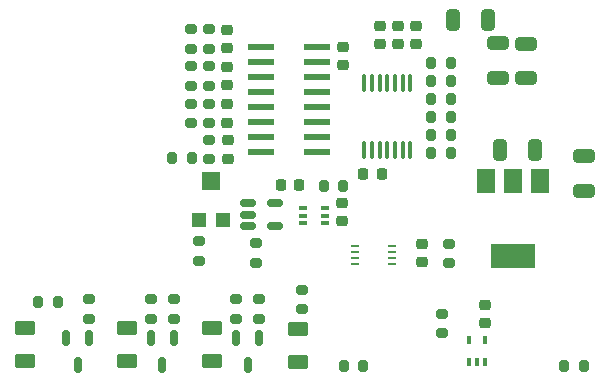
<source format=gbr>
%TF.GenerationSoftware,KiCad,Pcbnew,7.0.8*%
%TF.CreationDate,2024-04-14T12:45:35-04:00*%
%TF.ProjectId,tv desecrator,74762064-6573-4656-9372-61746f722e6b,rev?*%
%TF.SameCoordinates,Original*%
%TF.FileFunction,Paste,Top*%
%TF.FilePolarity,Positive*%
%FSLAX46Y46*%
G04 Gerber Fmt 4.6, Leading zero omitted, Abs format (unit mm)*
G04 Created by KiCad (PCBNEW 7.0.8) date 2024-04-14 12:45:35*
%MOMM*%
%LPD*%
G01*
G04 APERTURE LIST*
G04 Aperture macros list*
%AMRoundRect*
0 Rectangle with rounded corners*
0 $1 Rounding radius*
0 $2 $3 $4 $5 $6 $7 $8 $9 X,Y pos of 4 corners*
0 Add a 4 corners polygon primitive as box body*
4,1,4,$2,$3,$4,$5,$6,$7,$8,$9,$2,$3,0*
0 Add four circle primitives for the rounded corners*
1,1,$1+$1,$2,$3*
1,1,$1+$1,$4,$5*
1,1,$1+$1,$6,$7*
1,1,$1+$1,$8,$9*
0 Add four rect primitives between the rounded corners*
20,1,$1+$1,$2,$3,$4,$5,0*
20,1,$1+$1,$4,$5,$6,$7,0*
20,1,$1+$1,$6,$7,$8,$9,0*
20,1,$1+$1,$8,$9,$2,$3,0*%
G04 Aperture macros list end*
%ADD10RoundRect,0.225000X-0.250000X0.225000X-0.250000X-0.225000X0.250000X-0.225000X0.250000X0.225000X0*%
%ADD11RoundRect,0.250000X-0.325000X-0.650000X0.325000X-0.650000X0.325000X0.650000X-0.325000X0.650000X0*%
%ADD12R,0.400000X0.650000*%
%ADD13RoundRect,0.200000X0.200000X0.275000X-0.200000X0.275000X-0.200000X-0.275000X0.200000X-0.275000X0*%
%ADD14RoundRect,0.250000X0.650000X-0.325000X0.650000X0.325000X-0.650000X0.325000X-0.650000X-0.325000X0*%
%ADD15RoundRect,0.100000X-0.100000X0.637500X-0.100000X-0.637500X0.100000X-0.637500X0.100000X0.637500X0*%
%ADD16R,0.750000X0.250000*%
%ADD17R,2.184400X0.558800*%
%ADD18RoundRect,0.200000X-0.275000X0.200000X-0.275000X-0.200000X0.275000X-0.200000X0.275000X0.200000X0*%
%ADD19RoundRect,0.200000X-0.200000X-0.275000X0.200000X-0.275000X0.200000X0.275000X-0.200000X0.275000X0*%
%ADD20RoundRect,0.225000X-0.225000X-0.250000X0.225000X-0.250000X0.225000X0.250000X-0.225000X0.250000X0*%
%ADD21R,1.500000X2.000000*%
%ADD22R,3.800000X2.000000*%
%ADD23RoundRect,0.218750X0.256250X-0.218750X0.256250X0.218750X-0.256250X0.218750X-0.256250X-0.218750X0*%
%ADD24RoundRect,0.200000X0.275000X-0.200000X0.275000X0.200000X-0.275000X0.200000X-0.275000X-0.200000X0*%
%ADD25RoundRect,0.150000X-0.150000X0.512500X-0.150000X-0.512500X0.150000X-0.512500X0.150000X0.512500X0*%
%ADD26RoundRect,0.150000X-0.512500X-0.150000X0.512500X-0.150000X0.512500X0.150000X-0.512500X0.150000X0*%
%ADD27RoundRect,0.250000X0.625000X-0.375000X0.625000X0.375000X-0.625000X0.375000X-0.625000X-0.375000X0*%
%ADD28R,0.650000X0.400000*%
%ADD29RoundRect,0.225000X0.250000X-0.225000X0.250000X0.225000X-0.250000X0.225000X-0.250000X-0.225000X0*%
%ADD30R,1.200000X1.200000*%
%ADD31R,1.600000X1.500000*%
%ADD32RoundRect,0.225000X0.225000X0.250000X-0.225000X0.250000X-0.225000X-0.250000X0.225000X-0.250000X0*%
%ADD33RoundRect,0.218750X-0.256250X0.218750X-0.256250X-0.218750X0.256250X-0.218750X0.256250X0.218750X0*%
G04 APERTURE END LIST*
D10*
%TO.C,CA3*%
X47828200Y-25501000D03*
X47828200Y-27051000D03*
%TD*%
D11*
%TO.C,CB2*%
X57959200Y-36068000D03*
X60909200Y-36068000D03*
%TD*%
D12*
%TO.C,U6*%
X55382400Y-53985200D03*
X56032400Y-53985200D03*
X56682400Y-53985200D03*
X56682400Y-52085200D03*
X55382400Y-52085200D03*
%TD*%
D13*
%TO.C,TB1*%
X31889200Y-36753800D03*
X30239200Y-36753800D03*
%TD*%
D14*
%TO.C,CB1*%
X65100200Y-39498800D03*
X65100200Y-36548800D03*
%TD*%
D15*
%TO.C,U2*%
X50386800Y-30343000D03*
X49736800Y-30343000D03*
X49086800Y-30343000D03*
X48436800Y-30343000D03*
X47786800Y-30343000D03*
X47136800Y-30343000D03*
X46486800Y-30343000D03*
X46486800Y-36068000D03*
X47136800Y-36068000D03*
X47786800Y-36068000D03*
X48436800Y-36068000D03*
X49086800Y-36068000D03*
X49736800Y-36068000D03*
X50386800Y-36068000D03*
%TD*%
D16*
%TO.C,U3*%
X45744800Y-44208000D03*
X45744800Y-44708000D03*
X45744800Y-45208000D03*
X45744800Y-45708000D03*
X48844800Y-45708000D03*
X48844800Y-45208000D03*
X48844800Y-44708000D03*
X48844800Y-44208000D03*
%TD*%
D10*
%TO.C,CA9*%
X56692800Y-49123000D03*
X56692800Y-50673000D03*
%TD*%
D17*
%TO.C,U1*%
X37756100Y-27343600D03*
X37756100Y-28613600D03*
X37756100Y-29883600D03*
X37756100Y-31153600D03*
X37756100Y-32423600D03*
X37756100Y-33693600D03*
X37756100Y-34963600D03*
X37756100Y-36233600D03*
X42480500Y-36233600D03*
X42480500Y-34963600D03*
X42480500Y-33693600D03*
X42480500Y-32423600D03*
X42480500Y-31153600D03*
X42480500Y-29883600D03*
X42480500Y-28613600D03*
X42480500Y-27343600D03*
%TD*%
D18*
%TO.C,RC9*%
X35661600Y-48667400D03*
X35661600Y-50317400D03*
%TD*%
D19*
%TO.C,RD3*%
X63437000Y-54305200D03*
X65087000Y-54305200D03*
%TD*%
D20*
%TO.C,CA7*%
X39420800Y-39014400D03*
X40970800Y-39014400D03*
%TD*%
D18*
%TO.C,RC7*%
X28422600Y-48692800D03*
X28422600Y-50342800D03*
%TD*%
D21*
%TO.C,U7*%
X61405800Y-38683400D03*
X59105800Y-38683400D03*
D22*
X59105800Y-44983400D03*
D21*
X56805800Y-38683400D03*
%TD*%
D23*
%TO.C,ZDA2*%
X34848800Y-30556400D03*
X34848800Y-28981400D03*
%TD*%
D19*
%TO.C,RA4*%
X52146200Y-31699200D03*
X53796200Y-31699200D03*
%TD*%
D24*
%TO.C,TA1*%
X31826200Y-27482800D03*
X31826200Y-25832800D03*
%TD*%
D10*
%TO.C,CA4*%
X44677600Y-27292200D03*
X44677600Y-28842200D03*
%TD*%
D24*
%TO.C,RA5*%
X33324800Y-33755600D03*
X33324800Y-32105600D03*
%TD*%
D13*
%TO.C,RB3*%
X53796200Y-36271200D03*
X52146200Y-36271200D03*
%TD*%
D19*
%TO.C,RC4*%
X44763400Y-54305200D03*
X46413400Y-54305200D03*
%TD*%
D13*
%TO.C,RC5*%
X20548600Y-48895000D03*
X18898600Y-48895000D03*
%TD*%
%TO.C,RB1*%
X53796200Y-30175200D03*
X52146200Y-30175200D03*
%TD*%
D25*
%TO.C,QN1*%
X23175000Y-51973900D03*
X21275000Y-51973900D03*
X22225000Y-54248900D03*
%TD*%
D18*
%TO.C,RC6*%
X23190200Y-48692800D03*
X23190200Y-50342800D03*
%TD*%
%TO.C,RC10*%
X37592000Y-48667400D03*
X37592000Y-50317400D03*
%TD*%
D24*
%TO.C,RD1*%
X53060600Y-51574200D03*
X53060600Y-49924200D03*
%TD*%
D10*
%TO.C,CA1*%
X50850800Y-25501000D03*
X50850800Y-27051000D03*
%TD*%
%TO.C,CA2*%
X49326800Y-25501000D03*
X49326800Y-27051000D03*
%TD*%
D26*
%TO.C,U4*%
X36657700Y-40553600D03*
X36657700Y-41503600D03*
X36657700Y-42453600D03*
X38932700Y-42453600D03*
X38932700Y-40553600D03*
%TD*%
D18*
%TO.C,RC1*%
X32512000Y-43777400D03*
X32512000Y-45427400D03*
%TD*%
D27*
%TO.C,LED1*%
X17754600Y-53904800D03*
X17754600Y-51104800D03*
%TD*%
%TO.C,LED4*%
X40843200Y-53975000D03*
X40843200Y-51175000D03*
%TD*%
D28*
%TO.C,U5*%
X41300400Y-40940200D03*
X41300400Y-41590200D03*
X41300400Y-42240200D03*
X43200400Y-42240200D03*
X43200400Y-41590200D03*
X43200400Y-40940200D03*
%TD*%
D29*
%TO.C,CA8*%
X44602400Y-42088400D03*
X44602400Y-40538400D03*
%TD*%
D30*
%TO.C,POT1*%
X32528000Y-41932000D03*
D31*
X33528000Y-38682000D03*
D30*
X34528000Y-41932000D03*
%TD*%
D14*
%TO.C,CC3*%
X60172600Y-29975600D03*
X60172600Y-27025600D03*
%TD*%
D18*
%TO.C,RD2*%
X37338000Y-43942000D03*
X37338000Y-45592000D03*
%TD*%
%TO.C,TA2*%
X31800800Y-28956000D03*
X31800800Y-30606000D03*
%TD*%
D27*
%TO.C,LED2*%
X26416000Y-53943400D03*
X26416000Y-51143400D03*
%TD*%
D32*
%TO.C,CA5*%
X47968200Y-38100000D03*
X46418200Y-38100000D03*
%TD*%
D19*
%TO.C,RA6*%
X52146200Y-34747200D03*
X53796200Y-34747200D03*
%TD*%
D24*
%TO.C,RA1*%
X33350200Y-27481800D03*
X33350200Y-25831800D03*
%TD*%
D13*
%TO.C,RC2*%
X44704000Y-39065200D03*
X43054000Y-39065200D03*
%TD*%
D29*
%TO.C,CA6*%
X51384200Y-45529800D03*
X51384200Y-43979800D03*
%TD*%
D18*
%TO.C,RC11*%
X41224200Y-47866800D03*
X41224200Y-49516800D03*
%TD*%
D27*
%TO.C,LED3*%
X33629600Y-53943400D03*
X33629600Y-51143400D03*
%TD*%
D18*
%TO.C,RC3*%
X53644800Y-43992800D03*
X53644800Y-45642800D03*
%TD*%
%TO.C,RA7*%
X33350200Y-35166800D03*
X33350200Y-36816800D03*
%TD*%
%TO.C,TA3*%
X31826200Y-32105600D03*
X31826200Y-33755600D03*
%TD*%
D13*
%TO.C,RB2*%
X53796200Y-33223200D03*
X52146200Y-33223200D03*
%TD*%
D33*
%TO.C,ZDA1*%
X34848800Y-25869300D03*
X34848800Y-27444300D03*
%TD*%
D11*
%TO.C,CC1*%
X53998600Y-24993600D03*
X56948600Y-24993600D03*
%TD*%
D19*
%TO.C,RA3*%
X52147200Y-28651200D03*
X53797200Y-28651200D03*
%TD*%
D25*
%TO.C,QN3*%
X37566600Y-51943000D03*
X35666600Y-51943000D03*
X36616600Y-54218000D03*
%TD*%
D14*
%TO.C,CC2*%
X57835800Y-29972000D03*
X57835800Y-27022000D03*
%TD*%
D18*
%TO.C,RA2*%
X33324800Y-28956000D03*
X33324800Y-30606000D03*
%TD*%
D23*
%TO.C,ZDB1*%
X34925000Y-36779400D03*
X34925000Y-35204400D03*
%TD*%
D25*
%TO.C,QN2*%
X30348000Y-51968400D03*
X28448000Y-51968400D03*
X29398000Y-54243400D03*
%TD*%
D33*
%TO.C,ZDA3*%
X34848800Y-32156400D03*
X34848800Y-33731400D03*
%TD*%
D18*
%TO.C,RC8*%
X30353000Y-48692800D03*
X30353000Y-50342800D03*
%TD*%
M02*

</source>
